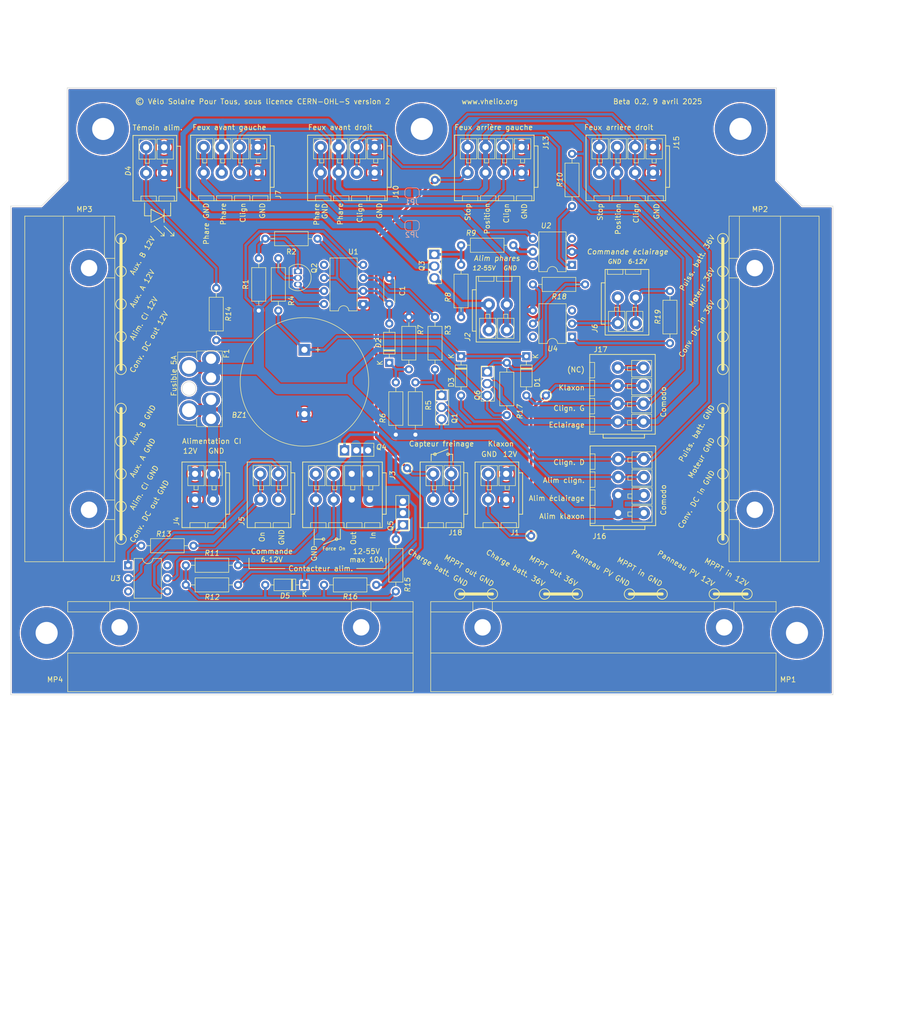
<source format=kicad_pcb>
(kicad_pcb (version 20211014) (generator pcbnew)

  (general
    (thickness 1.6)
  )

  (paper "A4")
  (layers
    (0 "F.Cu" signal)
    (31 "B.Cu" signal)
    (32 "B.Adhes" user "B.Adhesive")
    (33 "F.Adhes" user "F.Adhesive")
    (34 "B.Paste" user)
    (35 "F.Paste" user)
    (36 "B.SilkS" user "B.Silkscreen")
    (37 "F.SilkS" user "F.Silkscreen")
    (38 "B.Mask" user)
    (39 "F.Mask" user)
    (40 "Dwgs.User" user "User.Drawings")
    (41 "Cmts.User" user "User.Comments")
    (42 "Eco1.User" user "User.Eco1")
    (43 "Eco2.User" user "User.Eco2")
    (44 "Edge.Cuts" user)
    (45 "Margin" user)
    (46 "B.CrtYd" user "B.Courtyard")
    (47 "F.CrtYd" user "F.Courtyard")
    (48 "B.Fab" user)
    (49 "F.Fab" user)
    (50 "User.1" user)
    (51 "User.2" user)
    (52 "User.3" user)
    (53 "User.4" user)
    (54 "User.5" user)
    (55 "User.6" user)
    (56 "User.7" user)
    (57 "User.8" user)
    (58 "User.9" user)
  )

  (setup
    (stackup
      (layer "F.SilkS" (type "Top Silk Screen"))
      (layer "F.Paste" (type "Top Solder Paste"))
      (layer "F.Mask" (type "Top Solder Mask") (thickness 0.01))
      (layer "F.Cu" (type "copper") (thickness 0.035))
      (layer "dielectric 1" (type "core") (thickness 1.51) (material "FR4") (epsilon_r 4.5) (loss_tangent 0.02))
      (layer "B.Cu" (type "copper") (thickness 0.035))
      (layer "B.Mask" (type "Bottom Solder Mask") (thickness 0.01))
      (layer "B.Paste" (type "Bottom Solder Paste"))
      (layer "B.SilkS" (type "Bottom Silk Screen"))
      (copper_finish "None")
      (dielectric_constraints no)
    )
    (pad_to_mask_clearance 0)
    (pcbplotparams
      (layerselection 0x00010e0_ffffffff)
      (disableapertmacros false)
      (usegerberextensions false)
      (usegerberattributes true)
      (usegerberadvancedattributes true)
      (creategerberjobfile true)
      (svguseinch false)
      (svgprecision 6)
      (excludeedgelayer true)
      (plotframeref false)
      (viasonmask false)
      (mode 1)
      (useauxorigin false)
      (hpglpennumber 1)
      (hpglpenspeed 20)
      (hpglpendiameter 15.000000)
      (dxfpolygonmode true)
      (dxfimperialunits true)
      (dxfusepcbnewfont true)
      (psnegative false)
      (psa4output false)
      (plotreference true)
      (plotvalue true)
      (plotinvisibletext false)
      (sketchpadsonfab false)
      (subtractmaskfromsilk false)
      (outputformat 1)
      (mirror false)
      (drillshape 0)
      (scaleselection 1)
      (outputdirectory "")
    )
  )

  (net 0 "")
  (net 1 "GND")
  (net 2 "Net-(F1-Pad2)")
  (net 3 "Net-(D1-Pad2)")
  (net 4 "Net-(D3-Pad2)")
  (net 5 "/Phares")
  (net 6 "Net-(J13-Pad4)")
  (net 7 "Net-(J1-Pad2)")
  (net 8 "/Flasher/Out")
  (net 9 "unconnected-(J17-Pad4)")
  (net 10 "/12V_5A")
  (net 11 "Net-(Q1-Pad1)")
  (net 12 "Net-(C1-Pad1)")
  (net 13 "Net-(Q2-Pad1)")
  (net 14 "unconnected-(U1-Pad5)")
  (net 15 "Net-(Q2-Pad2)")
  (net 16 "/Flasher/Enable")
  (net 17 "Net-(Q2-Pad3)")
  (net 18 "Net-(R3-Pad1)")
  (net 19 "Net-(D2-Pad1)")
  (net 20 "Net-(J2-Pad1)")
  (net 21 "Net-(J10-Pad4)")
  (net 22 "Net-(J10-Pad3)")
  (net 23 "Net-(Q3-Pad1)")
  (net 24 "Net-(R9-Pad2)")
  (net 25 "Net-(R10-Pad1)")
  (net 26 "unconnected-(U2-Pad3)")
  (net 27 "unconnected-(U2-Pad6)")
  (net 28 "Net-(D4-Pad2)")
  (net 29 "/Conv12V_In.Vbatt")
  (net 30 "Net-(D5-Pad2)")
  (net 31 "Net-(Q4-Pad1)")
  (net 32 "Net-(J3-Pad3)")
  (net 33 "Net-(R13-Pad1)")
  (net 34 "unconnected-(U3-Pad3)")
  (net 35 "unconnected-(U3-Pad6)")
  (net 36 "Net-(J3-Pad4)")
  (net 37 "Net-(J5-Pad1)")
  (net 38 "Net-(J5-Pad2)")
  (net 39 "Net-(Q5-Pad1)")
  (net 40 "Net-(D5-Pad1)")
  (net 41 "Net-(J6-Pad1)")
  (net 42 "Net-(J6-Pad2)")
  (net 43 "Net-(Q6-Pad1)")
  (net 44 "Net-(R18-Pad2)")
  (net 45 "Net-(R19-Pad1)")
  (net 46 "unconnected-(U4-Pad3)")
  (net 47 "unconnected-(U4-Pad6)")

  (footprint "circuit:Wago_221-500_SplicingConnectorHolder" (layer "F.Cu") (at 95.25 82.55 90))

  (footprint "Resistor_THT:R_Axial_DIN0207_L6.3mm_D2.5mm_P10.16mm_Horizontal" (layer "F.Cu") (at 105.41 113.03))

  (footprint "circuit:MountingHole_5mm" (layer "F.Cu") (at 87 130))

  (footprint "circuit:Buzzer_25x16_12.5" (layer "F.Cu") (at 137.16 74.93 -90))

  (footprint "circuit:TO-251-3_Vertical" (layer "F.Cu") (at 144.97 94.5))

  (footprint "Resistor_THT:R_Axial_DIN0207_L6.3mm_D2.5mm_P10.16mm_Horizontal" (layer "F.Cu") (at 114.08 116.84))

  (footprint "Diode_THT:D_DO-35_SOD27_P7.62mm_Horizontal" (layer "F.Cu") (at 137.16 120.65 180))

  (footprint "circuit:Generic_FuseHolder_MINI" (layer "F.Cu") (at 118.99 76.675 -90))

  (footprint "Resistor_THT:R_Axial_DIN0207_L6.3mm_D2.5mm_P10.16mm_Horizontal" (layer "F.Cu") (at 167.64 68.58 90))

  (footprint "Resistor_THT:R_Axial_DIN0207_L6.3mm_D2.5mm_P10.16mm_Horizontal" (layer "F.Cu") (at 124.24 120.65 180))

  (footprint "circuit:TerminalBlock_Wago_2601-3102_1x02_P3.50mm_Vertical" (layer "F.Cu") (at 119.38 104.06 180))

  (footprint "Resistor_THT:R_Axial_DIN0207_L6.3mm_D2.5mm_P10.16mm_Horizontal" (layer "F.Cu") (at 162.56 68.58 -90))

  (footprint "circuit:MountingHole_5mm" (layer "F.Cu") (at 98 32))

  (footprint "circuit:TerminalBlock_Wago_2601-3104_1x04_P3.50mm_Vertical" (layer "F.Cu") (at 179.4 40.5 180))

  (footprint "Package_DIP:DIP-8_W7.62mm" (layer "F.Cu") (at 148.59 66.04 180))

  (footprint "circuit:TerminalBlock_Wago_2601-3102_1x02_P3.50mm_Vertical" (layer "F.Cu") (at 109.855 40.56 180))

  (footprint "Resistor_THT:R_Axial_DIN0207_L6.3mm_D2.5mm_P10.16mm_Horizontal" (layer "F.Cu") (at 208.28 73.66 90))

  (footprint "circuit:Strap_D2.0mm_Drill1.0mm" (layer "F.Cu") (at 181.27 111.125))

  (footprint "circuit:TerminalBlock_Wago_2601-3104_1x04_P3.50mm_Vertical" (layer "F.Cu") (at 205 40.5 180))

  (footprint "Resistor_THT:R_Axial_DIN0207_L6.3mm_D2.5mm_P10.16mm_Horizontal" (layer "F.Cu") (at 167.64 54.61))

  (footprint "Resistor_THT:R_Axial_DIN0207_L6.3mm_D2.5mm_P10.16mm_Horizontal" (layer "F.Cu") (at 191.77 62.23 180))

  (footprint "circuit:MountingHole_5mm" (layer "F.Cu") (at 222 32))

  (footprint "Diode_THT:D_DO-35_SOD27_P7.62mm_Horizontal" (layer "F.Cu") (at 180.34 76.2 -90))

  (footprint "Resistor_THT:R_Axial_DIN0207_L6.3mm_D2.5mm_P10.16mm_Horizontal" (layer "F.Cu") (at 189.23 46.99 90))

  (footprint "Package_DIP:DIP-6_W7.62mm" (layer "F.Cu") (at 189.23 72.39 180))

  (footprint "circuit:TO-92L_Inline" (layer "F.Cu") (at 135.89 59.69 -90))

  (footprint "circuit:TerminalBlock_Wago_2601-3104_1x04_P3.50mm_Vertical" (layer "F.Cu") (at 128.06 40.5 180))

  (footprint "circuit:TO-251-3_Vertical" (layer "F.Cu") (at 162.44 56.38 -90))

  (footprint "Resistor_THT:R_Axial_DIN0207_L6.3mm_D2.5mm_P10.16mm_Horizontal" (layer "F.Cu") (at 157.48 78.74 90))

  (footprint "Resistor_THT:R_Axial_DIN0207_L6.3mm_D2.5mm_P10.16mm_Horizontal" (layer "F.Cu") (at 176.53 87.63 90))

  (footprint "circuit:TerminalBlock_Wago_2601-3102_1x02_P3.50mm_Vertical" (layer "F.Cu") (at 132.08 104.06 180))

  (footprint "circuit:TerminalBlock_Wago_2601-3104_1x04_P3.50mm_Vertical" (layer "F.Cu") (at 198.2 106.68 90))

  (footprint "Resistor_THT:R_Axial_DIN0207_L6.3mm_D2.5mm_P10.16mm_Horizontal" (layer "F.Cu") (at 158.75 91.44 90))

  (footprint "circuit:TerminalBlock_Wago_2601-3104_1x04_P3.50mm_Vertical" (layer "F.Cu") (at 149.86 104.06 180))

  (footprint "Resistor_THT:R_Axial_DIN0207_L6.3mm_D2.5mm_P10.16mm_Horizontal" (layer "F.Cu") (at 154.94 121.92 90))

  (footprint "circuit:TO-251-3_Vertical" (layer "F.Cu") (at 156.33 108.97 90))

  (footprint "Package_DIP:DIP-6_W7.62mm" (layer "F.Cu") (at 102.87 116.84))

  (footprint "circuit:Wago_221-500_SplicingConnectorHolder" (layer "F.Cu") (at 224.79 82.55 -90))

  (footprint "Resistor_THT:R_Axial_DIN0207_L6.3mm_D2.5mm_P10.16mm_Horizontal" (layer "F.Cu")
    (tedit 5AE5139B) (tstamp 9e917f74-9dae-49fc-8761-a104b721a681)
    (at 132.08 57.15 -90)
    (descr "Resistor, Axial_DIN0207 series, Axial, Horizontal, pin pitch=10.16mm, 0.25W = 1/4W, length*diameter=6.3*2.5mm^2, http://cdn-reichelt.de/documents/datenblatt/B400/1_4W%23YAG.pdf")
    (tags "Resistor Axial_DIN0207 series Axial Horizontal pin pitch 10.16mm 0.25W = 1/4W length 6.3mm diameter 2.5mm")
    (property "Sheetfile" "flasher.kicad_sch")
    (property "Sheetname" "Flasher")
    (path "/6fef4bbe-09a8-45ef-ae4f-87b078d91d13/57cb9f8e-995b-44d7-bb35-b4785acbdfdc")
    (attr through_hole)
    (fp_text reference "R4" (at 8.255 -2.54 90) (layer "F.SilkS")
      (effects (font (size 1 1) (thickness 0.15)))
      (tstamp 3774ecfa-c8e8-49cb-a993-19a4d24820ad)
    )
    (fp_text value "150K" (at 5.08 2.37 90) (layer "F.Fab")
      (effects (font (size 1 1) (thickness 0.15)))
      (tstamp f92d98c3-e7bd-4d5c-b2ac-ea4ebc5c4885)
    )
    (fp_text user "${REFERENCE}" (at 5.08 0 90) (layer "F.Fab")
      (effects (font (size 1 1) (thickness 0.15)))
      (tstamp 926bb3cc-80e1-4857-83bf-0fe105988bf4)
    )
    (fp_line (start 1.04 0) (end 1.81 0) (layer "F.SilkS") (width 0.12) (tstamp 0540e9b9-0dad-40f4-a674-c9325eee1f7b))
    (fp_line (start 9.12 0) (end 8.35 0) (layer "F.SilkS") (width 0.12) (tstamp 508e5fa4-dcd5-402c-a517-89841777273f))
    (fp_line (start 8.35 1.37) (end 8.35 -1.37) (layer "F.SilkS") (width 0.12) (tstamp 53a1623e-e831-463e-8983-c8cb1fe42116))
    (fp_line (start 1.81 1.37) (end 8.35 1.37) (layer "F.SilkS") (width 0.12) (tstamp 69ec4585-9935-47fe-b82e-957554500762))
    (fp_line (start 1
... [1740712 chars truncated]
</source>
